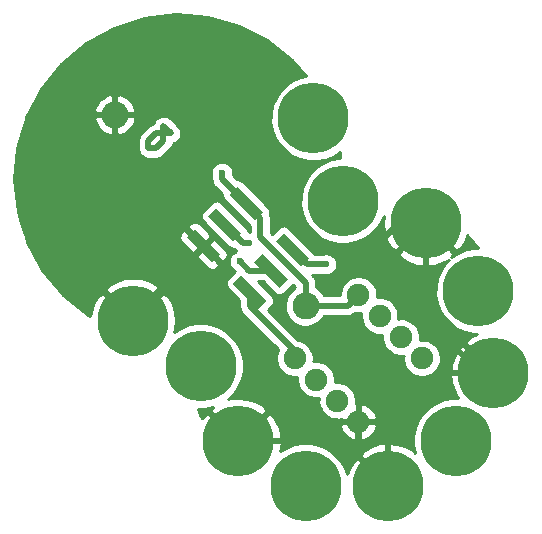
<source format=gbl>
G04 #@! TF.FileFunction,Copper,L2,Bot,Signal*
%FSLAX46Y46*%
G04 Gerber Fmt 4.6, Leading zero omitted, Abs format (unit mm)*
G04 Created by KiCad (PCBNEW 4.0.2+dfsg1-stable) date Wed 08 Aug 2018 06:44:04 PM EDT*
%MOMM*%
G01*
G04 APERTURE LIST*
%ADD10C,0.100000*%
%ADD11C,2.286000*%
%ADD12C,6.000000*%
%ADD13C,1.905000*%
%ADD14C,0.600000*%
%ADD15C,0.500000*%
%ADD16C,0.254000*%
G04 APERTURE END LIST*
D10*
D11*
X106371846Y-100021846D03*
X122536307Y-116186307D03*
D12*
X138430000Y-121920000D03*
D10*
G36*
X116747599Y-106122998D02*
X118884900Y-108260299D01*
X118202401Y-108942798D01*
X116065100Y-106805497D01*
X116747599Y-106122998D01*
X116747599Y-106122998D01*
G37*
G36*
X114951548Y-107919049D02*
X117088849Y-110056350D01*
X116406350Y-110738849D01*
X114269049Y-108601548D01*
X114951548Y-107919049D01*
X114951548Y-107919049D01*
G37*
G36*
X113155497Y-109715100D02*
X115292798Y-111852401D01*
X114610299Y-112534900D01*
X112472998Y-110397599D01*
X113155497Y-109715100D01*
X113155497Y-109715100D01*
G37*
G36*
X120662991Y-110038389D02*
X122800292Y-112175690D01*
X122117793Y-112858189D01*
X119980492Y-110720888D01*
X120662991Y-110038389D01*
X120662991Y-110038389D01*
G37*
G36*
X118866939Y-111834440D02*
X121004240Y-113971741D01*
X120321741Y-114654240D01*
X118184440Y-112516939D01*
X118866939Y-111834440D01*
X118866939Y-111834440D01*
G37*
G36*
X117070888Y-113630492D02*
X119208189Y-115767793D01*
X118525690Y-116450292D01*
X116388389Y-114312991D01*
X117070888Y-113630492D01*
X117070888Y-113630492D01*
G37*
D12*
X135255000Y-127635000D03*
X137160000Y-114935000D03*
X125730000Y-107315000D03*
X113665000Y-121285000D03*
X122555000Y-131445000D03*
X129540000Y-131445000D03*
D13*
X121611846Y-120650000D03*
X123407898Y-122446051D03*
X125203949Y-124242102D03*
X127000000Y-126038154D03*
X132388154Y-120650000D03*
X130592102Y-118853949D03*
X128796051Y-117057898D03*
X127000000Y-115261846D03*
D12*
X116840000Y-127635000D03*
X132715000Y-109220000D03*
X107900000Y-117460000D03*
X123190000Y-100330000D03*
D14*
X115440000Y-104930000D03*
X117690000Y-110870000D03*
X124250000Y-112680000D03*
X116960000Y-112450000D03*
D15*
X111125000Y-101600000D02*
X110490000Y-100965000D01*
X109855000Y-101600000D02*
X111125000Y-101600000D01*
X109220000Y-102235000D02*
X109855000Y-101600000D01*
X109220000Y-102870000D02*
X109220000Y-102235000D01*
X109855000Y-102870000D02*
X109220000Y-102870000D01*
X110490000Y-102235000D02*
X109855000Y-102870000D01*
X110490000Y-100965000D02*
X110490000Y-102235000D01*
X127000000Y-126038154D02*
X127000000Y-128905000D01*
X127000000Y-128905000D02*
X129540000Y-131445000D01*
X121330000Y-108760000D02*
X112591846Y-100021846D01*
X112591846Y-100021846D02*
X106371846Y-100021846D01*
X107900000Y-117460000D02*
X107900000Y-117107898D01*
X107900000Y-117107898D02*
X113882898Y-111125000D01*
X113882898Y-111125000D02*
X113835000Y-111125000D01*
X113835000Y-111125000D02*
X106371846Y-103661846D01*
X106371846Y-103661846D02*
X106371846Y-100021846D01*
X132715000Y-109220000D02*
X130390000Y-109220000D01*
X130390000Y-109220000D02*
X128020000Y-111590000D01*
X124160000Y-111590000D02*
X121330000Y-108760000D01*
X121330000Y-108760000D02*
X121310000Y-108740000D01*
X128020000Y-111590000D02*
X124160000Y-111590000D01*
X114767898Y-112010000D02*
X113882898Y-111125000D01*
X138430000Y-121920000D02*
X137350000Y-121920000D01*
X137350000Y-121920000D02*
X132715000Y-117285000D01*
X132715000Y-117285000D02*
X132715000Y-109220000D01*
X129540000Y-131445000D02*
X129540000Y-126570000D01*
X134190000Y-121920000D02*
X138430000Y-121920000D01*
X129540000Y-126570000D02*
X134190000Y-121920000D01*
X116840000Y-127635000D02*
X125730000Y-127635000D01*
X125730000Y-127635000D02*
X129540000Y-131445000D01*
X117475000Y-107532898D02*
X115440000Y-105497898D01*
X115440000Y-105497898D02*
X115440000Y-104930000D01*
X117475000Y-107532898D02*
X118680000Y-108737898D01*
X122536307Y-114266307D02*
X122536307Y-116186307D01*
X118680000Y-110410000D02*
X122536307Y-114266307D01*
X118680000Y-108737898D02*
X118680000Y-110410000D01*
X122536307Y-116186307D02*
X126075539Y-116186307D01*
X126075539Y-116186307D02*
X127000000Y-115261846D01*
X115678949Y-109328949D02*
X117220000Y-110870000D01*
X117220000Y-110870000D02*
X117690000Y-110870000D01*
X124250000Y-112680000D02*
X122622103Y-112680000D01*
X122622103Y-112680000D02*
X121390392Y-111448289D01*
X119594340Y-113244340D02*
X117754340Y-113244340D01*
X117754340Y-113244340D02*
X116960000Y-112450000D01*
X117798289Y-115040392D02*
X117798289Y-116238289D01*
X117798289Y-116238289D02*
X121611846Y-120051846D01*
X121611846Y-120051846D02*
X121611846Y-120650000D01*
D16*
G36*
X114267699Y-91746624D02*
X116873836Y-92493921D01*
X119285192Y-93733190D01*
X121409916Y-95417225D01*
X122546018Y-96752141D01*
X122158723Y-96826021D01*
X121497770Y-97093063D01*
X120901274Y-97483400D01*
X120391955Y-97982162D01*
X119989213Y-98570352D01*
X119708387Y-99225567D01*
X119560175Y-99922850D01*
X119550222Y-100635641D01*
X119678907Y-101336790D01*
X119941328Y-101999590D01*
X120327491Y-102598797D01*
X120822685Y-103111586D01*
X121408050Y-103518425D01*
X122061288Y-103803818D01*
X122757519Y-103956894D01*
X123470223Y-103971823D01*
X124172253Y-103848036D01*
X124836870Y-103590248D01*
X125421970Y-103218933D01*
X125476709Y-103677988D01*
X125398957Y-103677445D01*
X124698723Y-103811021D01*
X124037770Y-104078063D01*
X123441274Y-104468400D01*
X122931955Y-104967162D01*
X122529213Y-105555352D01*
X122248387Y-106210567D01*
X122100175Y-106907850D01*
X122090222Y-107620641D01*
X122218907Y-108321790D01*
X122481328Y-108984590D01*
X122867491Y-109583797D01*
X123362685Y-110096586D01*
X123948050Y-110503425D01*
X124601288Y-110788818D01*
X125297519Y-110941894D01*
X126010223Y-110956823D01*
X126712253Y-110833036D01*
X127376870Y-110575248D01*
X127978758Y-110193279D01*
X128494991Y-109701676D01*
X128905907Y-109119166D01*
X129120899Y-108636286D01*
X129062450Y-109203589D01*
X129129431Y-109916482D01*
X129334204Y-110602609D01*
X129668898Y-111235603D01*
X129687132Y-111262894D01*
X130156314Y-111599081D01*
X132535395Y-109220000D01*
X132521253Y-109205858D01*
X132700858Y-109026253D01*
X132715000Y-109040395D01*
X132729143Y-109026253D01*
X132908748Y-109205858D01*
X132894605Y-109220000D01*
X135273686Y-111599081D01*
X135742868Y-111262894D01*
X136083237Y-110632932D01*
X136208984Y-110225006D01*
X137097734Y-111299321D01*
X136828957Y-111297445D01*
X136128723Y-111431021D01*
X135467770Y-111698063D01*
X134872940Y-112087310D01*
X135094081Y-111778686D01*
X132715000Y-109399605D01*
X130335919Y-111778686D01*
X130672106Y-112247868D01*
X131302068Y-112588237D01*
X131986327Y-112799166D01*
X132698589Y-112872550D01*
X133411482Y-112805569D01*
X134097609Y-112600796D01*
X134641936Y-112312985D01*
X134361955Y-112587162D01*
X133959213Y-113175352D01*
X133678387Y-113830567D01*
X133530175Y-114527850D01*
X133520222Y-115240641D01*
X133648907Y-115941790D01*
X133911328Y-116604590D01*
X134297491Y-117203797D01*
X134792685Y-117716586D01*
X135378050Y-118123425D01*
X136031288Y-118408818D01*
X136727519Y-118561894D01*
X136993924Y-118567474D01*
X136414397Y-118873898D01*
X136387106Y-118892132D01*
X136050919Y-119361314D01*
X138430000Y-121740395D01*
X138444143Y-121726253D01*
X138623748Y-121905858D01*
X138609605Y-121920000D01*
X138623748Y-121934143D01*
X138444143Y-122113748D01*
X138430000Y-122099605D01*
X138415858Y-122113748D01*
X138236253Y-121934143D01*
X138250395Y-121920000D01*
X135871314Y-119540919D01*
X135402132Y-119877106D01*
X135061763Y-120507068D01*
X134850834Y-121191327D01*
X134777450Y-121903589D01*
X134844431Y-122616482D01*
X135049204Y-123302609D01*
X135383898Y-123935603D01*
X135402132Y-123962894D01*
X135455530Y-124001156D01*
X134923957Y-123997445D01*
X134223723Y-124131021D01*
X133562770Y-124398063D01*
X132966274Y-124788400D01*
X132456955Y-125287162D01*
X132054213Y-125875352D01*
X131773387Y-126530567D01*
X131625175Y-127227850D01*
X131615222Y-127940641D01*
X131743907Y-128641790D01*
X131743953Y-128641905D01*
X131582894Y-128417132D01*
X130952932Y-128076763D01*
X130268673Y-127865834D01*
X129556411Y-127792450D01*
X128843518Y-127859431D01*
X128157391Y-128064204D01*
X127524397Y-128398898D01*
X127497106Y-128417132D01*
X127160919Y-128886314D01*
X129540000Y-131265395D01*
X129554143Y-131251253D01*
X129733748Y-131430858D01*
X129719605Y-131445000D01*
X129733748Y-131459143D01*
X129554143Y-131638748D01*
X129540000Y-131624605D01*
X129525858Y-131638748D01*
X129346253Y-131459143D01*
X129360395Y-131445000D01*
X126981314Y-129065919D01*
X126512132Y-129402106D01*
X126171763Y-130032068D01*
X126055587Y-130408946D01*
X126051694Y-130389286D01*
X125780044Y-129730214D01*
X125385553Y-129136457D01*
X124883247Y-128630633D01*
X124292259Y-128232006D01*
X123635100Y-127955762D01*
X122936799Y-127812421D01*
X122223957Y-127807445D01*
X121523723Y-127941021D01*
X120862770Y-128208063D01*
X120367160Y-128532382D01*
X120419166Y-128363673D01*
X120492550Y-127651411D01*
X120425569Y-126938518D01*
X120268533Y-126412340D01*
X125449327Y-126412340D01*
X125552123Y-126707671D01*
X125710560Y-126977273D01*
X125918549Y-127210785D01*
X126168098Y-127399234D01*
X126449616Y-127535377D01*
X126625814Y-127588827D01*
X126873000Y-127468960D01*
X126873000Y-126165154D01*
X127127000Y-126165154D01*
X127127000Y-127468960D01*
X127374186Y-127588827D01*
X127669517Y-127486031D01*
X127939119Y-127327594D01*
X128172631Y-127119605D01*
X128361080Y-126870056D01*
X128497223Y-126588538D01*
X128550673Y-126412340D01*
X128430806Y-126165154D01*
X127127000Y-126165154D01*
X126873000Y-126165154D01*
X125569194Y-126165154D01*
X125449327Y-126412340D01*
X120268533Y-126412340D01*
X120220796Y-126252391D01*
X119886102Y-125619397D01*
X119867868Y-125592106D01*
X119398686Y-125255919D01*
X117019605Y-127635000D01*
X117033748Y-127649143D01*
X116854143Y-127828748D01*
X116840000Y-127814605D01*
X116825858Y-127828748D01*
X116646253Y-127649143D01*
X116660395Y-127635000D01*
X114281314Y-125255919D01*
X113812132Y-125592106D01*
X113733881Y-125736934D01*
X113596743Y-125487480D01*
X113415371Y-124915724D01*
X113945223Y-124926823D01*
X114647253Y-124803036D01*
X114660382Y-124797944D01*
X114460919Y-125076314D01*
X116840000Y-127455395D01*
X119219081Y-125076314D01*
X118882894Y-124607132D01*
X118252932Y-124266763D01*
X117568673Y-124055834D01*
X116856411Y-123982450D01*
X116143518Y-124049431D01*
X115983005Y-124097336D01*
X116429991Y-123671676D01*
X116840907Y-123089166D01*
X117130853Y-122437936D01*
X117288786Y-121742791D01*
X117300156Y-120928570D01*
X117161694Y-120229286D01*
X116890044Y-119570214D01*
X116495553Y-118976457D01*
X115993247Y-118470633D01*
X115402259Y-118072006D01*
X114745100Y-117795762D01*
X114046799Y-117652421D01*
X113333957Y-117647445D01*
X112633723Y-117781021D01*
X111972770Y-118048063D01*
X111408733Y-118417159D01*
X111479166Y-118188673D01*
X111552550Y-117476411D01*
X111485569Y-116763518D01*
X111280796Y-116077391D01*
X110946102Y-115444397D01*
X110927868Y-115417106D01*
X110458686Y-115080919D01*
X108079605Y-117460000D01*
X108093748Y-117474143D01*
X107914143Y-117653748D01*
X107900000Y-117639605D01*
X107885858Y-117653748D01*
X107706253Y-117474143D01*
X107720395Y-117460000D01*
X105341314Y-115080919D01*
X104872132Y-115417106D01*
X104531763Y-116047068D01*
X104320834Y-116731327D01*
X104283588Y-117092838D01*
X104072506Y-116980604D01*
X101971504Y-115267067D01*
X101668927Y-114901314D01*
X105520919Y-114901314D01*
X107900000Y-117280395D01*
X110279081Y-114901314D01*
X109942894Y-114432132D01*
X109312932Y-114091763D01*
X108628673Y-113880834D01*
X107916411Y-113807450D01*
X107203518Y-113874431D01*
X106517391Y-114079204D01*
X105884397Y-114413898D01*
X105857106Y-114432132D01*
X105520919Y-114901314D01*
X101668927Y-114901314D01*
X100243347Y-113178084D01*
X99548404Y-111892812D01*
X113294691Y-111892812D01*
X113294691Y-112117318D01*
X114205510Y-113028137D01*
X114309514Y-113097630D01*
X114425076Y-113145498D01*
X114547757Y-113169900D01*
X114672841Y-113169900D01*
X114795522Y-113145498D01*
X114911084Y-113097630D01*
X115015088Y-113028137D01*
X115198506Y-112844719D01*
X115198506Y-112620213D01*
X113882898Y-111304605D01*
X113294691Y-111892812D01*
X99548404Y-111892812D01*
X98953851Y-110793210D01*
X98812029Y-110335057D01*
X111837998Y-110335057D01*
X111837998Y-110460141D01*
X111862400Y-110582822D01*
X111910268Y-110698384D01*
X111979761Y-110802388D01*
X112890580Y-111713207D01*
X113115086Y-111713207D01*
X113703293Y-111125000D01*
X114062503Y-111125000D01*
X115378111Y-112440608D01*
X115602617Y-112440608D01*
X115786035Y-112257190D01*
X115855528Y-112153186D01*
X115903396Y-112037624D01*
X115927798Y-111914943D01*
X115927798Y-111789859D01*
X115903396Y-111667178D01*
X115855528Y-111551616D01*
X115786035Y-111447612D01*
X114875216Y-110536793D01*
X114650710Y-110536793D01*
X114062503Y-111125000D01*
X113703293Y-111125000D01*
X112387685Y-109809392D01*
X112163179Y-109809392D01*
X111979761Y-109992810D01*
X111910268Y-110096814D01*
X111862400Y-110212376D01*
X111837998Y-110335057D01*
X98812029Y-110335057D01*
X98524215Y-109405281D01*
X112567290Y-109405281D01*
X112567290Y-109629787D01*
X113882898Y-110945395D01*
X114471105Y-110357188D01*
X114471105Y-110132682D01*
X113560286Y-109221863D01*
X113456282Y-109152370D01*
X113340720Y-109104502D01*
X113218039Y-109080100D01*
X113092955Y-109080100D01*
X112970274Y-109104502D01*
X112854712Y-109152370D01*
X112750708Y-109221863D01*
X112567290Y-109405281D01*
X98524215Y-109405281D01*
X98263261Y-108562274D01*
X113632187Y-108562274D01*
X113646459Y-108741255D01*
X113710030Y-108909173D01*
X113817864Y-109052733D01*
X115955165Y-111190034D01*
X116032371Y-111255836D01*
X116191206Y-111339556D01*
X116367076Y-111375711D01*
X116466226Y-111367805D01*
X116594210Y-111495789D01*
X116657397Y-111547691D01*
X116670344Y-111558555D01*
X116524722Y-111617390D01*
X116371291Y-111717793D01*
X116240283Y-111846086D01*
X116136689Y-111997381D01*
X116064454Y-112165916D01*
X116026331Y-112345272D01*
X116023771Y-112528617D01*
X116056872Y-112708968D01*
X116124372Y-112879454D01*
X116223701Y-113033583D01*
X116351076Y-113165484D01*
X116501644Y-113270131D01*
X116520598Y-113278412D01*
X115937204Y-113861806D01*
X115871402Y-113939012D01*
X115787682Y-114097847D01*
X115751527Y-114273717D01*
X115765799Y-114452698D01*
X115829370Y-114620616D01*
X115937204Y-114764176D01*
X116913289Y-115740261D01*
X116913289Y-116238289D01*
X116921266Y-116319645D01*
X116928391Y-116401085D01*
X116929690Y-116405556D01*
X116930144Y-116410186D01*
X116953764Y-116488420D01*
X116976579Y-116566949D01*
X116978721Y-116571082D01*
X116980066Y-116575536D01*
X117018424Y-116647677D01*
X117056065Y-116720295D01*
X117058971Y-116723935D01*
X117061154Y-116728041D01*
X117112796Y-116791360D01*
X117163823Y-116855280D01*
X117170216Y-116861763D01*
X117170319Y-116861890D01*
X117170436Y-116861987D01*
X117172499Y-116864079D01*
X120206765Y-119898344D01*
X120091334Y-120167665D01*
X120026606Y-120472187D01*
X120022260Y-120783481D01*
X120078460Y-121089691D01*
X120193066Y-121379154D01*
X120361713Y-121640843D01*
X120577977Y-121864791D01*
X120833622Y-122042469D01*
X121118908Y-122167107D01*
X121422970Y-122233960D01*
X121734227Y-122240480D01*
X121832231Y-122223199D01*
X121822658Y-122268238D01*
X121818312Y-122579532D01*
X121874512Y-122885742D01*
X121989118Y-123175205D01*
X122157765Y-123436894D01*
X122374029Y-123660842D01*
X122629674Y-123838520D01*
X122914960Y-123963158D01*
X123219022Y-124030011D01*
X123530279Y-124036531D01*
X123628282Y-124019250D01*
X123618709Y-124064289D01*
X123614363Y-124375583D01*
X123670563Y-124681793D01*
X123785169Y-124971256D01*
X123953816Y-125232945D01*
X124170080Y-125456893D01*
X124425725Y-125634571D01*
X124711011Y-125759209D01*
X125015073Y-125826062D01*
X125326330Y-125832582D01*
X125514963Y-125799321D01*
X125569194Y-125911154D01*
X126693392Y-125911154D01*
X126806251Y-126024013D01*
X126985859Y-125844405D01*
X126873000Y-125731546D01*
X126873000Y-124607348D01*
X127127000Y-124607348D01*
X127127000Y-125911154D01*
X128430806Y-125911154D01*
X128550673Y-125663968D01*
X128447877Y-125368637D01*
X128289440Y-125099035D01*
X128081451Y-124865523D01*
X127831902Y-124677074D01*
X127550384Y-124540931D01*
X127374186Y-124487481D01*
X127127000Y-124607348D01*
X126873000Y-124607348D01*
X126761299Y-124553181D01*
X126786552Y-124442031D01*
X126791517Y-124086440D01*
X126731047Y-123781044D01*
X126612410Y-123493210D01*
X126440126Y-123233901D01*
X126220756Y-123012994D01*
X125962656Y-122838903D01*
X125675657Y-122718260D01*
X125370691Y-122655660D01*
X125059374Y-122653486D01*
X124985598Y-122667560D01*
X124990501Y-122645980D01*
X124995466Y-122290389D01*
X124934996Y-121984993D01*
X124816359Y-121697159D01*
X124644075Y-121437850D01*
X124424705Y-121216943D01*
X124166605Y-121042852D01*
X123879606Y-120922209D01*
X123574640Y-120859609D01*
X123263323Y-120857435D01*
X123189546Y-120871509D01*
X123194449Y-120849929D01*
X123199414Y-120494338D01*
X123138944Y-120188942D01*
X123020307Y-119901108D01*
X122848023Y-119641799D01*
X122628653Y-119420892D01*
X122370553Y-119246801D01*
X122083554Y-119126158D01*
X121900074Y-119088495D01*
X119344966Y-116533386D01*
X119659374Y-116218978D01*
X119725176Y-116141772D01*
X119808896Y-115982937D01*
X119845051Y-115807067D01*
X119830779Y-115628086D01*
X119767208Y-115460168D01*
X119659374Y-115316608D01*
X118472106Y-114129340D01*
X118894471Y-114129340D01*
X119870556Y-115105425D01*
X119947762Y-115171227D01*
X120106597Y-115254947D01*
X120282467Y-115291102D01*
X120461448Y-115276830D01*
X120629366Y-115213259D01*
X120772926Y-115105425D01*
X121448386Y-114429965D01*
X121651307Y-114632886D01*
X121651307Y-114640492D01*
X121416815Y-114793939D01*
X121167690Y-115037901D01*
X120970695Y-115325604D01*
X120833334Y-115646092D01*
X120760838Y-115987156D01*
X120755970Y-116335806D01*
X120818914Y-116678762D01*
X120947273Y-117002960D01*
X121136158Y-117296051D01*
X121378374Y-117546874D01*
X121664695Y-117745872D01*
X121984216Y-117885467D01*
X122324766Y-117960342D01*
X122673373Y-117967644D01*
X123016760Y-117907096D01*
X123341846Y-117781004D01*
X123636250Y-117594169D01*
X123888757Y-117353710D01*
X124087970Y-117071307D01*
X126075539Y-117071307D01*
X126156895Y-117063330D01*
X126238335Y-117056205D01*
X126242806Y-117054906D01*
X126247436Y-117054452D01*
X126325670Y-117030832D01*
X126404199Y-117008017D01*
X126408332Y-117005875D01*
X126412786Y-117004530D01*
X126484927Y-116966172D01*
X126557545Y-116928531D01*
X126561185Y-116925625D01*
X126565291Y-116923442D01*
X126628610Y-116871800D01*
X126692530Y-116820773D01*
X126693394Y-116819921D01*
X126811124Y-116845806D01*
X127122381Y-116852326D01*
X127220384Y-116835045D01*
X127210811Y-116880085D01*
X127206465Y-117191379D01*
X127262665Y-117497589D01*
X127377271Y-117787052D01*
X127545918Y-118048741D01*
X127762182Y-118272689D01*
X128017827Y-118450367D01*
X128303113Y-118575005D01*
X128607175Y-118641858D01*
X128918432Y-118648378D01*
X129016435Y-118631097D01*
X129006862Y-118676136D01*
X129002516Y-118987430D01*
X129058716Y-119293640D01*
X129173322Y-119583103D01*
X129341969Y-119844792D01*
X129558233Y-120068740D01*
X129813878Y-120246418D01*
X130099164Y-120371056D01*
X130403226Y-120437909D01*
X130714483Y-120444429D01*
X130812487Y-120427148D01*
X130802914Y-120472187D01*
X130798568Y-120783481D01*
X130854768Y-121089691D01*
X130969374Y-121379154D01*
X131138021Y-121640843D01*
X131354285Y-121864791D01*
X131609930Y-122042469D01*
X131895216Y-122167107D01*
X132199278Y-122233960D01*
X132510535Y-122240480D01*
X132817130Y-122186419D01*
X133107385Y-122073836D01*
X133370245Y-121907020D01*
X133595698Y-121692324D01*
X133775156Y-121437927D01*
X133901783Y-121153517D01*
X133970757Y-120849929D01*
X133975722Y-120494338D01*
X133915252Y-120188942D01*
X133796615Y-119901108D01*
X133624331Y-119641799D01*
X133404961Y-119420892D01*
X133146861Y-119246801D01*
X132859862Y-119126158D01*
X132554896Y-119063558D01*
X132243579Y-119061384D01*
X132169802Y-119075458D01*
X132174705Y-119053878D01*
X132179670Y-118698287D01*
X132119200Y-118392891D01*
X132000563Y-118105057D01*
X131828279Y-117845748D01*
X131608909Y-117624841D01*
X131350809Y-117450750D01*
X131063810Y-117330107D01*
X130758844Y-117267507D01*
X130447527Y-117265333D01*
X130373751Y-117279407D01*
X130378654Y-117257827D01*
X130383619Y-116902236D01*
X130323149Y-116596840D01*
X130204512Y-116309006D01*
X130032228Y-116049697D01*
X129812858Y-115828790D01*
X129554758Y-115654699D01*
X129267759Y-115534056D01*
X128962793Y-115471456D01*
X128651476Y-115469282D01*
X128577700Y-115483356D01*
X128582603Y-115461775D01*
X128587568Y-115106184D01*
X128527098Y-114800788D01*
X128408461Y-114512954D01*
X128236177Y-114253645D01*
X128016807Y-114032738D01*
X127758707Y-113858647D01*
X127471708Y-113738004D01*
X127166742Y-113675404D01*
X126855425Y-113673230D01*
X126549614Y-113731567D01*
X126260959Y-113848191D01*
X126000454Y-114018661D01*
X125778020Y-114236483D01*
X125602132Y-114493362D01*
X125479488Y-114779511D01*
X125414760Y-115084033D01*
X125411727Y-115301307D01*
X124083061Y-115301307D01*
X123920825Y-115057122D01*
X123675131Y-114809706D01*
X123421307Y-114638499D01*
X123421307Y-114266307D01*
X123413329Y-114184947D01*
X123406205Y-114103511D01*
X123404906Y-114099040D01*
X123404452Y-114094410D01*
X123380846Y-114016222D01*
X123358018Y-113937647D01*
X123355873Y-113933510D01*
X123354530Y-113929060D01*
X123316180Y-113856934D01*
X123278531Y-113784302D01*
X123275627Y-113780664D01*
X123273442Y-113776555D01*
X123221807Y-113713245D01*
X123170774Y-113649316D01*
X123164383Y-113642835D01*
X123164277Y-113642706D01*
X123164157Y-113642607D01*
X123162097Y-113640518D01*
X123086579Y-113565000D01*
X123940124Y-113565000D01*
X123959671Y-113573540D01*
X124138757Y-113612915D01*
X124322079Y-113616755D01*
X124502657Y-113584914D01*
X124673610Y-113518606D01*
X124828429Y-113420355D01*
X124961215Y-113293904D01*
X125066911Y-113144070D01*
X125141492Y-112976560D01*
X125182116Y-112797754D01*
X125185040Y-112588319D01*
X125149425Y-112408448D01*
X125079550Y-112238920D01*
X124978079Y-112086193D01*
X124848875Y-111956084D01*
X124696860Y-111853549D01*
X124527825Y-111782493D01*
X124348207Y-111745623D01*
X124164849Y-111744343D01*
X123984733Y-111778701D01*
X123944392Y-111795000D01*
X123304429Y-111795000D01*
X123251477Y-111724505D01*
X121114176Y-109587204D01*
X121036970Y-109521402D01*
X120878135Y-109437682D01*
X120702265Y-109401527D01*
X120523284Y-109415799D01*
X120355366Y-109479370D01*
X120211806Y-109587204D01*
X119660295Y-110138715D01*
X119565000Y-110043420D01*
X119565000Y-108737898D01*
X119557018Y-108656497D01*
X119549897Y-108575101D01*
X119548599Y-108570634D01*
X119548145Y-108566001D01*
X119524520Y-108487750D01*
X119501710Y-108409237D01*
X119499925Y-108405794D01*
X119521762Y-108299573D01*
X119507490Y-108120592D01*
X119443919Y-107952674D01*
X119336085Y-107809114D01*
X117198784Y-105671813D01*
X117121578Y-105606011D01*
X116962743Y-105522291D01*
X116786873Y-105486136D01*
X116687724Y-105494042D01*
X116347923Y-105154241D01*
X116372116Y-105047754D01*
X116375040Y-104838319D01*
X116339425Y-104658448D01*
X116269550Y-104488920D01*
X116168079Y-104336193D01*
X116038875Y-104206084D01*
X115886860Y-104103549D01*
X115717825Y-104032493D01*
X115538207Y-103995623D01*
X115354849Y-103994343D01*
X115174733Y-104028701D01*
X115004722Y-104097390D01*
X114851291Y-104197793D01*
X114720283Y-104326086D01*
X114616689Y-104477381D01*
X114544454Y-104645916D01*
X114506331Y-104825272D01*
X114503771Y-105008617D01*
X114536872Y-105188968D01*
X114555000Y-105234754D01*
X114555000Y-105497898D01*
X114562977Y-105579254D01*
X114570102Y-105660694D01*
X114571401Y-105665165D01*
X114571855Y-105669795D01*
X114595475Y-105748029D01*
X114618290Y-105826558D01*
X114620432Y-105830691D01*
X114621777Y-105835145D01*
X114660135Y-105907286D01*
X114697776Y-105979904D01*
X114700682Y-105983544D01*
X114702865Y-105987650D01*
X114754507Y-106050969D01*
X114805534Y-106114889D01*
X114811927Y-106121372D01*
X114812030Y-106121499D01*
X114812147Y-106121596D01*
X114814210Y-106123688D01*
X115433099Y-106742577D01*
X115428238Y-106766223D01*
X115442510Y-106945204D01*
X115506081Y-107113122D01*
X115613915Y-107256682D01*
X117751216Y-109393983D01*
X117795000Y-109431300D01*
X117795000Y-109937017D01*
X117788207Y-109935623D01*
X117712911Y-109935097D01*
X117711439Y-109916643D01*
X117647868Y-109748725D01*
X117540034Y-109605165D01*
X115402733Y-107467864D01*
X115325527Y-107402062D01*
X115166692Y-107318342D01*
X114990822Y-107282187D01*
X114811841Y-107296459D01*
X114643923Y-107360030D01*
X114500363Y-107467864D01*
X113817864Y-108150363D01*
X113752062Y-108227569D01*
X113668342Y-108386404D01*
X113632187Y-108562274D01*
X98263261Y-108562274D01*
X98152137Y-108203293D01*
X97868744Y-105506979D01*
X98114464Y-102806974D01*
X98282804Y-102235000D01*
X108335000Y-102235000D01*
X108335000Y-102870000D01*
X108343130Y-102952911D01*
X108350676Y-103035832D01*
X108351552Y-103038809D01*
X108351855Y-103041897D01*
X108375912Y-103121578D01*
X108399442Y-103201527D01*
X108400881Y-103204280D01*
X108401777Y-103207247D01*
X108440874Y-103280777D01*
X108479464Y-103354593D01*
X108481407Y-103357009D01*
X108482865Y-103359752D01*
X108535536Y-103424333D01*
X108587692Y-103489202D01*
X108590069Y-103491196D01*
X108592030Y-103493601D01*
X108656212Y-103546697D01*
X108720004Y-103600225D01*
X108722722Y-103601719D01*
X108725114Y-103603698D01*
X108798361Y-103643302D01*
X108871361Y-103683435D01*
X108874321Y-103684374D01*
X108877049Y-103685849D01*
X108956556Y-103710460D01*
X109035998Y-103735661D01*
X109039084Y-103736007D01*
X109042046Y-103736924D01*
X109124787Y-103745620D01*
X109207643Y-103754914D01*
X109213608Y-103754956D01*
X109213822Y-103754978D01*
X109214036Y-103754958D01*
X109220000Y-103755000D01*
X109855000Y-103755000D01*
X109936356Y-103747023D01*
X110017796Y-103739898D01*
X110022267Y-103738599D01*
X110026897Y-103738145D01*
X110105131Y-103714525D01*
X110183660Y-103691710D01*
X110187793Y-103689568D01*
X110192247Y-103688223D01*
X110264388Y-103649865D01*
X110337006Y-103612224D01*
X110340646Y-103609318D01*
X110344752Y-103607135D01*
X110408071Y-103555493D01*
X110471991Y-103504466D01*
X110478474Y-103498073D01*
X110478601Y-103497970D01*
X110478698Y-103497853D01*
X110480790Y-103495790D01*
X111115790Y-102860789D01*
X111167677Y-102797620D01*
X111220225Y-102734996D01*
X111222468Y-102730916D01*
X111225421Y-102727321D01*
X111264032Y-102655313D01*
X111303435Y-102583639D01*
X111304843Y-102579200D01*
X111307041Y-102575101D01*
X111330927Y-102496974D01*
X111344645Y-102453729D01*
X111377900Y-102443689D01*
X111459390Y-102419396D01*
X111460768Y-102418670D01*
X111462247Y-102418223D01*
X111536876Y-102378542D01*
X111612176Y-102338841D01*
X111613385Y-102337862D01*
X111614752Y-102337135D01*
X111680339Y-102283643D01*
X111746406Y-102230143D01*
X111747401Y-102228949D01*
X111748601Y-102227970D01*
X111802617Y-102162676D01*
X111856966Y-102097444D01*
X111857709Y-102096082D01*
X111858698Y-102094886D01*
X111899034Y-102020286D01*
X111939647Y-101945797D01*
X111940111Y-101944315D01*
X111940849Y-101942951D01*
X111965948Y-101861868D01*
X111991297Y-101780979D01*
X111991464Y-101779439D01*
X111991924Y-101777954D01*
X112000811Y-101693402D01*
X112009951Y-101609268D01*
X112009816Y-101607722D01*
X112009978Y-101606178D01*
X112002294Y-101521744D01*
X111994898Y-101437204D01*
X111994465Y-101435712D01*
X111994324Y-101434168D01*
X111970409Y-101352910D01*
X111946711Y-101271340D01*
X111945996Y-101269960D01*
X111945558Y-101268473D01*
X111906335Y-101193447D01*
X111867224Y-101117995D01*
X111866253Y-101116779D01*
X111865536Y-101115407D01*
X111812546Y-101049501D01*
X111759467Y-100983009D01*
X111757403Y-100980916D01*
X111757308Y-100980798D01*
X111757183Y-100980693D01*
X111750790Y-100974211D01*
X111115790Y-100339210D01*
X111050128Y-100285275D01*
X110984886Y-100231302D01*
X110983521Y-100230564D01*
X110982322Y-100229579D01*
X110907581Y-100189504D01*
X110832951Y-100149151D01*
X110831468Y-100148692D01*
X110830101Y-100147959D01*
X110749024Y-100123171D01*
X110667954Y-100098076D01*
X110666410Y-100097914D01*
X110664926Y-100097460D01*
X110580553Y-100088890D01*
X110496178Y-100080022D01*
X110494632Y-100080163D01*
X110493089Y-100080006D01*
X110408642Y-100087988D01*
X110324168Y-100095676D01*
X110322680Y-100096114D01*
X110321134Y-100096260D01*
X110239915Y-100120473D01*
X110158473Y-100144442D01*
X110157094Y-100145163D01*
X110155611Y-100145605D01*
X110080670Y-100185117D01*
X110005407Y-100224464D01*
X110004198Y-100225436D01*
X110002825Y-100226160D01*
X109936990Y-100279472D01*
X109870798Y-100332692D01*
X109869798Y-100333884D01*
X109868595Y-100334858D01*
X109814361Y-100399951D01*
X109759775Y-100465004D01*
X109759028Y-100466363D01*
X109758034Y-100467556D01*
X109717438Y-100542013D01*
X109676565Y-100616361D01*
X109676095Y-100617841D01*
X109675353Y-100619203D01*
X109650037Y-100699987D01*
X109635355Y-100746271D01*
X109604915Y-100755461D01*
X109526340Y-100778289D01*
X109522203Y-100780434D01*
X109517753Y-100781777D01*
X109445627Y-100820127D01*
X109372995Y-100857776D01*
X109369357Y-100860680D01*
X109365248Y-100862865D01*
X109301938Y-100914500D01*
X109238009Y-100965533D01*
X109231528Y-100971924D01*
X109231399Y-100972030D01*
X109231300Y-100972150D01*
X109229211Y-100974210D01*
X108594210Y-101609210D01*
X108542284Y-101672426D01*
X108489775Y-101735004D01*
X108487534Y-101739081D01*
X108484579Y-101742678D01*
X108445957Y-101814708D01*
X108406565Y-101886361D01*
X108405157Y-101890800D01*
X108402959Y-101894899D01*
X108379073Y-101973026D01*
X108354339Y-102050998D01*
X108353820Y-102055626D01*
X108352460Y-102060074D01*
X108344206Y-102141339D01*
X108335086Y-102222643D01*
X108335023Y-102231747D01*
X108335006Y-102231911D01*
X108335020Y-102232064D01*
X108335000Y-102235000D01*
X98282804Y-102235000D01*
X98815204Y-100426062D01*
X104631571Y-100426062D01*
X104743869Y-100757806D01*
X104918729Y-101061267D01*
X105149431Y-101324784D01*
X105427110Y-101538230D01*
X105741095Y-101693402D01*
X105967630Y-101762121D01*
X106244846Y-101644737D01*
X106244846Y-100148846D01*
X106498846Y-100148846D01*
X106498846Y-101644737D01*
X106776062Y-101762121D01*
X107107806Y-101649823D01*
X107411267Y-101474963D01*
X107674784Y-101244261D01*
X107888230Y-100966582D01*
X108043402Y-100652597D01*
X108112121Y-100426062D01*
X107994737Y-100148846D01*
X106498846Y-100148846D01*
X106244846Y-100148846D01*
X104748955Y-100148846D01*
X104631571Y-100426062D01*
X98815204Y-100426062D01*
X98879938Y-100206118D01*
X99187591Y-99617630D01*
X104631571Y-99617630D01*
X104748955Y-99894846D01*
X106244846Y-99894846D01*
X106244846Y-98398955D01*
X106498846Y-98398955D01*
X106498846Y-99894846D01*
X107994737Y-99894846D01*
X108112121Y-99617630D01*
X107999823Y-99285886D01*
X107824963Y-98982425D01*
X107594261Y-98718908D01*
X107316582Y-98505462D01*
X107002597Y-98350290D01*
X106776062Y-98281571D01*
X106498846Y-98398955D01*
X106244846Y-98398955D01*
X105967630Y-98281571D01*
X105635886Y-98393869D01*
X105332425Y-98568729D01*
X105068908Y-98799431D01*
X104855462Y-99077110D01*
X104700290Y-99391095D01*
X104631571Y-99617630D01*
X99187591Y-99617630D01*
X100136009Y-97803473D01*
X101834838Y-95690557D01*
X103911707Y-93947857D01*
X106287520Y-92641743D01*
X108871773Y-91821969D01*
X111566041Y-91519759D01*
X114267699Y-91746624D01*
X114267699Y-91746624D01*
G37*
X114267699Y-91746624D02*
X116873836Y-92493921D01*
X119285192Y-93733190D01*
X121409916Y-95417225D01*
X122546018Y-96752141D01*
X122158723Y-96826021D01*
X121497770Y-97093063D01*
X120901274Y-97483400D01*
X120391955Y-97982162D01*
X119989213Y-98570352D01*
X119708387Y-99225567D01*
X119560175Y-99922850D01*
X119550222Y-100635641D01*
X119678907Y-101336790D01*
X119941328Y-101999590D01*
X120327491Y-102598797D01*
X120822685Y-103111586D01*
X121408050Y-103518425D01*
X122061288Y-103803818D01*
X122757519Y-103956894D01*
X123470223Y-103971823D01*
X124172253Y-103848036D01*
X124836870Y-103590248D01*
X125421970Y-103218933D01*
X125476709Y-103677988D01*
X125398957Y-103677445D01*
X124698723Y-103811021D01*
X124037770Y-104078063D01*
X123441274Y-104468400D01*
X122931955Y-104967162D01*
X122529213Y-105555352D01*
X122248387Y-106210567D01*
X122100175Y-106907850D01*
X122090222Y-107620641D01*
X122218907Y-108321790D01*
X122481328Y-108984590D01*
X122867491Y-109583797D01*
X123362685Y-110096586D01*
X123948050Y-110503425D01*
X124601288Y-110788818D01*
X125297519Y-110941894D01*
X126010223Y-110956823D01*
X126712253Y-110833036D01*
X127376870Y-110575248D01*
X127978758Y-110193279D01*
X128494991Y-109701676D01*
X128905907Y-109119166D01*
X129120899Y-108636286D01*
X129062450Y-109203589D01*
X129129431Y-109916482D01*
X129334204Y-110602609D01*
X129668898Y-111235603D01*
X129687132Y-111262894D01*
X130156314Y-111599081D01*
X132535395Y-109220000D01*
X132521253Y-109205858D01*
X132700858Y-109026253D01*
X132715000Y-109040395D01*
X132729143Y-109026253D01*
X132908748Y-109205858D01*
X132894605Y-109220000D01*
X135273686Y-111599081D01*
X135742868Y-111262894D01*
X136083237Y-110632932D01*
X136208984Y-110225006D01*
X137097734Y-111299321D01*
X136828957Y-111297445D01*
X136128723Y-111431021D01*
X135467770Y-111698063D01*
X134872940Y-112087310D01*
X135094081Y-111778686D01*
X132715000Y-109399605D01*
X130335919Y-111778686D01*
X130672106Y-112247868D01*
X131302068Y-112588237D01*
X131986327Y-112799166D01*
X132698589Y-112872550D01*
X133411482Y-112805569D01*
X134097609Y-112600796D01*
X134641936Y-112312985D01*
X134361955Y-112587162D01*
X133959213Y-113175352D01*
X133678387Y-113830567D01*
X133530175Y-114527850D01*
X133520222Y-115240641D01*
X133648907Y-115941790D01*
X133911328Y-116604590D01*
X134297491Y-117203797D01*
X134792685Y-117716586D01*
X135378050Y-118123425D01*
X136031288Y-118408818D01*
X136727519Y-118561894D01*
X136993924Y-118567474D01*
X136414397Y-118873898D01*
X136387106Y-118892132D01*
X136050919Y-119361314D01*
X138430000Y-121740395D01*
X138444143Y-121726253D01*
X138623748Y-121905858D01*
X138609605Y-121920000D01*
X138623748Y-121934143D01*
X138444143Y-122113748D01*
X138430000Y-122099605D01*
X138415858Y-122113748D01*
X138236253Y-121934143D01*
X138250395Y-121920000D01*
X135871314Y-119540919D01*
X135402132Y-119877106D01*
X135061763Y-120507068D01*
X134850834Y-121191327D01*
X134777450Y-121903589D01*
X134844431Y-122616482D01*
X135049204Y-123302609D01*
X135383898Y-123935603D01*
X135402132Y-123962894D01*
X135455530Y-124001156D01*
X134923957Y-123997445D01*
X134223723Y-124131021D01*
X133562770Y-124398063D01*
X132966274Y-124788400D01*
X132456955Y-125287162D01*
X132054213Y-125875352D01*
X131773387Y-126530567D01*
X131625175Y-127227850D01*
X131615222Y-127940641D01*
X131743907Y-128641790D01*
X131743953Y-128641905D01*
X131582894Y-128417132D01*
X130952932Y-128076763D01*
X130268673Y-127865834D01*
X129556411Y-127792450D01*
X128843518Y-127859431D01*
X128157391Y-128064204D01*
X127524397Y-128398898D01*
X127497106Y-128417132D01*
X127160919Y-128886314D01*
X129540000Y-131265395D01*
X129554143Y-131251253D01*
X129733748Y-131430858D01*
X129719605Y-131445000D01*
X129733748Y-131459143D01*
X129554143Y-131638748D01*
X129540000Y-131624605D01*
X129525858Y-131638748D01*
X129346253Y-131459143D01*
X129360395Y-131445000D01*
X126981314Y-129065919D01*
X126512132Y-129402106D01*
X126171763Y-130032068D01*
X126055587Y-130408946D01*
X126051694Y-130389286D01*
X125780044Y-129730214D01*
X125385553Y-129136457D01*
X124883247Y-128630633D01*
X124292259Y-128232006D01*
X123635100Y-127955762D01*
X122936799Y-127812421D01*
X122223957Y-127807445D01*
X121523723Y-127941021D01*
X120862770Y-128208063D01*
X120367160Y-128532382D01*
X120419166Y-128363673D01*
X120492550Y-127651411D01*
X120425569Y-126938518D01*
X120268533Y-126412340D01*
X125449327Y-126412340D01*
X125552123Y-126707671D01*
X125710560Y-126977273D01*
X125918549Y-127210785D01*
X126168098Y-127399234D01*
X126449616Y-127535377D01*
X126625814Y-127588827D01*
X126873000Y-127468960D01*
X126873000Y-126165154D01*
X127127000Y-126165154D01*
X127127000Y-127468960D01*
X127374186Y-127588827D01*
X127669517Y-127486031D01*
X127939119Y-127327594D01*
X128172631Y-127119605D01*
X128361080Y-126870056D01*
X128497223Y-126588538D01*
X128550673Y-126412340D01*
X128430806Y-126165154D01*
X127127000Y-126165154D01*
X126873000Y-126165154D01*
X125569194Y-126165154D01*
X125449327Y-126412340D01*
X120268533Y-126412340D01*
X120220796Y-126252391D01*
X119886102Y-125619397D01*
X119867868Y-125592106D01*
X119398686Y-125255919D01*
X117019605Y-127635000D01*
X117033748Y-127649143D01*
X116854143Y-127828748D01*
X116840000Y-127814605D01*
X116825858Y-127828748D01*
X116646253Y-127649143D01*
X116660395Y-127635000D01*
X114281314Y-125255919D01*
X113812132Y-125592106D01*
X113733881Y-125736934D01*
X113596743Y-125487480D01*
X113415371Y-124915724D01*
X113945223Y-124926823D01*
X114647253Y-124803036D01*
X114660382Y-124797944D01*
X114460919Y-125076314D01*
X116840000Y-127455395D01*
X119219081Y-125076314D01*
X118882894Y-124607132D01*
X118252932Y-124266763D01*
X117568673Y-124055834D01*
X116856411Y-123982450D01*
X116143518Y-124049431D01*
X115983005Y-124097336D01*
X116429991Y-123671676D01*
X116840907Y-123089166D01*
X117130853Y-122437936D01*
X117288786Y-121742791D01*
X117300156Y-120928570D01*
X117161694Y-120229286D01*
X116890044Y-119570214D01*
X116495553Y-118976457D01*
X115993247Y-118470633D01*
X115402259Y-118072006D01*
X114745100Y-117795762D01*
X114046799Y-117652421D01*
X113333957Y-117647445D01*
X112633723Y-117781021D01*
X111972770Y-118048063D01*
X111408733Y-118417159D01*
X111479166Y-118188673D01*
X111552550Y-117476411D01*
X111485569Y-116763518D01*
X111280796Y-116077391D01*
X110946102Y-115444397D01*
X110927868Y-115417106D01*
X110458686Y-115080919D01*
X108079605Y-117460000D01*
X108093748Y-117474143D01*
X107914143Y-117653748D01*
X107900000Y-117639605D01*
X107885858Y-117653748D01*
X107706253Y-117474143D01*
X107720395Y-117460000D01*
X105341314Y-115080919D01*
X104872132Y-115417106D01*
X104531763Y-116047068D01*
X104320834Y-116731327D01*
X104283588Y-117092838D01*
X104072506Y-116980604D01*
X101971504Y-115267067D01*
X101668927Y-114901314D01*
X105520919Y-114901314D01*
X107900000Y-117280395D01*
X110279081Y-114901314D01*
X109942894Y-114432132D01*
X109312932Y-114091763D01*
X108628673Y-113880834D01*
X107916411Y-113807450D01*
X107203518Y-113874431D01*
X106517391Y-114079204D01*
X105884397Y-114413898D01*
X105857106Y-114432132D01*
X105520919Y-114901314D01*
X101668927Y-114901314D01*
X100243347Y-113178084D01*
X99548404Y-111892812D01*
X113294691Y-111892812D01*
X113294691Y-112117318D01*
X114205510Y-113028137D01*
X114309514Y-113097630D01*
X114425076Y-113145498D01*
X114547757Y-113169900D01*
X114672841Y-113169900D01*
X114795522Y-113145498D01*
X114911084Y-113097630D01*
X115015088Y-113028137D01*
X115198506Y-112844719D01*
X115198506Y-112620213D01*
X113882898Y-111304605D01*
X113294691Y-111892812D01*
X99548404Y-111892812D01*
X98953851Y-110793210D01*
X98812029Y-110335057D01*
X111837998Y-110335057D01*
X111837998Y-110460141D01*
X111862400Y-110582822D01*
X111910268Y-110698384D01*
X111979761Y-110802388D01*
X112890580Y-111713207D01*
X113115086Y-111713207D01*
X113703293Y-111125000D01*
X114062503Y-111125000D01*
X115378111Y-112440608D01*
X115602617Y-112440608D01*
X115786035Y-112257190D01*
X115855528Y-112153186D01*
X115903396Y-112037624D01*
X115927798Y-111914943D01*
X115927798Y-111789859D01*
X115903396Y-111667178D01*
X115855528Y-111551616D01*
X115786035Y-111447612D01*
X114875216Y-110536793D01*
X114650710Y-110536793D01*
X114062503Y-111125000D01*
X113703293Y-111125000D01*
X112387685Y-109809392D01*
X112163179Y-109809392D01*
X111979761Y-109992810D01*
X111910268Y-110096814D01*
X111862400Y-110212376D01*
X111837998Y-110335057D01*
X98812029Y-110335057D01*
X98524215Y-109405281D01*
X112567290Y-109405281D01*
X112567290Y-109629787D01*
X113882898Y-110945395D01*
X114471105Y-110357188D01*
X114471105Y-110132682D01*
X113560286Y-109221863D01*
X113456282Y-109152370D01*
X113340720Y-109104502D01*
X113218039Y-109080100D01*
X113092955Y-109080100D01*
X112970274Y-109104502D01*
X112854712Y-109152370D01*
X112750708Y-109221863D01*
X112567290Y-109405281D01*
X98524215Y-109405281D01*
X98263261Y-108562274D01*
X113632187Y-108562274D01*
X113646459Y-108741255D01*
X113710030Y-108909173D01*
X113817864Y-109052733D01*
X115955165Y-111190034D01*
X116032371Y-111255836D01*
X116191206Y-111339556D01*
X116367076Y-111375711D01*
X116466226Y-111367805D01*
X116594210Y-111495789D01*
X116657397Y-111547691D01*
X116670344Y-111558555D01*
X116524722Y-111617390D01*
X116371291Y-111717793D01*
X116240283Y-111846086D01*
X116136689Y-111997381D01*
X116064454Y-112165916D01*
X116026331Y-112345272D01*
X116023771Y-112528617D01*
X116056872Y-112708968D01*
X116124372Y-112879454D01*
X116223701Y-113033583D01*
X116351076Y-113165484D01*
X116501644Y-113270131D01*
X116520598Y-113278412D01*
X115937204Y-113861806D01*
X115871402Y-113939012D01*
X115787682Y-114097847D01*
X115751527Y-114273717D01*
X115765799Y-114452698D01*
X115829370Y-114620616D01*
X115937204Y-114764176D01*
X116913289Y-115740261D01*
X116913289Y-116238289D01*
X116921266Y-116319645D01*
X116928391Y-116401085D01*
X116929690Y-116405556D01*
X116930144Y-116410186D01*
X116953764Y-116488420D01*
X116976579Y-116566949D01*
X116978721Y-116571082D01*
X116980066Y-116575536D01*
X117018424Y-116647677D01*
X117056065Y-116720295D01*
X117058971Y-116723935D01*
X117061154Y-116728041D01*
X117112796Y-116791360D01*
X117163823Y-116855280D01*
X117170216Y-116861763D01*
X117170319Y-116861890D01*
X117170436Y-116861987D01*
X117172499Y-116864079D01*
X120206765Y-119898344D01*
X120091334Y-120167665D01*
X120026606Y-120472187D01*
X120022260Y-120783481D01*
X120078460Y-121089691D01*
X120193066Y-121379154D01*
X120361713Y-121640843D01*
X120577977Y-121864791D01*
X120833622Y-122042469D01*
X121118908Y-122167107D01*
X121422970Y-122233960D01*
X121734227Y-122240480D01*
X121832231Y-122223199D01*
X121822658Y-122268238D01*
X121818312Y-122579532D01*
X121874512Y-122885742D01*
X121989118Y-123175205D01*
X122157765Y-123436894D01*
X122374029Y-123660842D01*
X122629674Y-123838520D01*
X122914960Y-123963158D01*
X123219022Y-124030011D01*
X123530279Y-124036531D01*
X123628282Y-124019250D01*
X123618709Y-124064289D01*
X123614363Y-124375583D01*
X123670563Y-124681793D01*
X123785169Y-124971256D01*
X123953816Y-125232945D01*
X124170080Y-125456893D01*
X124425725Y-125634571D01*
X124711011Y-125759209D01*
X125015073Y-125826062D01*
X125326330Y-125832582D01*
X125514963Y-125799321D01*
X125569194Y-125911154D01*
X126693392Y-125911154D01*
X126806251Y-126024013D01*
X126985859Y-125844405D01*
X126873000Y-125731546D01*
X126873000Y-124607348D01*
X127127000Y-124607348D01*
X127127000Y-125911154D01*
X128430806Y-125911154D01*
X128550673Y-125663968D01*
X128447877Y-125368637D01*
X128289440Y-125099035D01*
X128081451Y-124865523D01*
X127831902Y-124677074D01*
X127550384Y-124540931D01*
X127374186Y-124487481D01*
X127127000Y-124607348D01*
X126873000Y-124607348D01*
X126761299Y-124553181D01*
X126786552Y-124442031D01*
X126791517Y-124086440D01*
X126731047Y-123781044D01*
X126612410Y-123493210D01*
X126440126Y-123233901D01*
X126220756Y-123012994D01*
X125962656Y-122838903D01*
X125675657Y-122718260D01*
X125370691Y-122655660D01*
X125059374Y-122653486D01*
X124985598Y-122667560D01*
X124990501Y-122645980D01*
X124995466Y-122290389D01*
X124934996Y-121984993D01*
X124816359Y-121697159D01*
X124644075Y-121437850D01*
X124424705Y-121216943D01*
X124166605Y-121042852D01*
X123879606Y-120922209D01*
X123574640Y-120859609D01*
X123263323Y-120857435D01*
X123189546Y-120871509D01*
X123194449Y-120849929D01*
X123199414Y-120494338D01*
X123138944Y-120188942D01*
X123020307Y-119901108D01*
X122848023Y-119641799D01*
X122628653Y-119420892D01*
X122370553Y-119246801D01*
X122083554Y-119126158D01*
X121900074Y-119088495D01*
X119344966Y-116533386D01*
X119659374Y-116218978D01*
X119725176Y-116141772D01*
X119808896Y-115982937D01*
X119845051Y-115807067D01*
X119830779Y-115628086D01*
X119767208Y-115460168D01*
X119659374Y-115316608D01*
X118472106Y-114129340D01*
X118894471Y-114129340D01*
X119870556Y-115105425D01*
X119947762Y-115171227D01*
X120106597Y-115254947D01*
X120282467Y-115291102D01*
X120461448Y-115276830D01*
X120629366Y-115213259D01*
X120772926Y-115105425D01*
X121448386Y-114429965D01*
X121651307Y-114632886D01*
X121651307Y-114640492D01*
X121416815Y-114793939D01*
X121167690Y-115037901D01*
X120970695Y-115325604D01*
X120833334Y-115646092D01*
X120760838Y-115987156D01*
X120755970Y-116335806D01*
X120818914Y-116678762D01*
X120947273Y-117002960D01*
X121136158Y-117296051D01*
X121378374Y-117546874D01*
X121664695Y-117745872D01*
X121984216Y-117885467D01*
X122324766Y-117960342D01*
X122673373Y-117967644D01*
X123016760Y-117907096D01*
X123341846Y-117781004D01*
X123636250Y-117594169D01*
X123888757Y-117353710D01*
X124087970Y-117071307D01*
X126075539Y-117071307D01*
X126156895Y-117063330D01*
X126238335Y-117056205D01*
X126242806Y-117054906D01*
X126247436Y-117054452D01*
X126325670Y-117030832D01*
X126404199Y-117008017D01*
X126408332Y-117005875D01*
X126412786Y-117004530D01*
X126484927Y-116966172D01*
X126557545Y-116928531D01*
X126561185Y-116925625D01*
X126565291Y-116923442D01*
X126628610Y-116871800D01*
X126692530Y-116820773D01*
X126693394Y-116819921D01*
X126811124Y-116845806D01*
X127122381Y-116852326D01*
X127220384Y-116835045D01*
X127210811Y-116880085D01*
X127206465Y-117191379D01*
X127262665Y-117497589D01*
X127377271Y-117787052D01*
X127545918Y-118048741D01*
X127762182Y-118272689D01*
X128017827Y-118450367D01*
X128303113Y-118575005D01*
X128607175Y-118641858D01*
X128918432Y-118648378D01*
X129016435Y-118631097D01*
X129006862Y-118676136D01*
X129002516Y-118987430D01*
X129058716Y-119293640D01*
X129173322Y-119583103D01*
X129341969Y-119844792D01*
X129558233Y-120068740D01*
X129813878Y-120246418D01*
X130099164Y-120371056D01*
X130403226Y-120437909D01*
X130714483Y-120444429D01*
X130812487Y-120427148D01*
X130802914Y-120472187D01*
X130798568Y-120783481D01*
X130854768Y-121089691D01*
X130969374Y-121379154D01*
X131138021Y-121640843D01*
X131354285Y-121864791D01*
X131609930Y-122042469D01*
X131895216Y-122167107D01*
X132199278Y-122233960D01*
X132510535Y-122240480D01*
X132817130Y-122186419D01*
X133107385Y-122073836D01*
X133370245Y-121907020D01*
X133595698Y-121692324D01*
X133775156Y-121437927D01*
X133901783Y-121153517D01*
X133970757Y-120849929D01*
X133975722Y-120494338D01*
X133915252Y-120188942D01*
X133796615Y-119901108D01*
X133624331Y-119641799D01*
X133404961Y-119420892D01*
X133146861Y-119246801D01*
X132859862Y-119126158D01*
X132554896Y-119063558D01*
X132243579Y-119061384D01*
X132169802Y-119075458D01*
X132174705Y-119053878D01*
X132179670Y-118698287D01*
X132119200Y-118392891D01*
X132000563Y-118105057D01*
X131828279Y-117845748D01*
X131608909Y-117624841D01*
X131350809Y-117450750D01*
X131063810Y-117330107D01*
X130758844Y-117267507D01*
X130447527Y-117265333D01*
X130373751Y-117279407D01*
X130378654Y-117257827D01*
X130383619Y-116902236D01*
X130323149Y-116596840D01*
X130204512Y-116309006D01*
X130032228Y-116049697D01*
X129812858Y-115828790D01*
X129554758Y-115654699D01*
X129267759Y-115534056D01*
X128962793Y-115471456D01*
X128651476Y-115469282D01*
X128577700Y-115483356D01*
X128582603Y-115461775D01*
X128587568Y-115106184D01*
X128527098Y-114800788D01*
X128408461Y-114512954D01*
X128236177Y-114253645D01*
X128016807Y-114032738D01*
X127758707Y-113858647D01*
X127471708Y-113738004D01*
X127166742Y-113675404D01*
X126855425Y-113673230D01*
X126549614Y-113731567D01*
X126260959Y-113848191D01*
X126000454Y-114018661D01*
X125778020Y-114236483D01*
X125602132Y-114493362D01*
X125479488Y-114779511D01*
X125414760Y-115084033D01*
X125411727Y-115301307D01*
X124083061Y-115301307D01*
X123920825Y-115057122D01*
X123675131Y-114809706D01*
X123421307Y-114638499D01*
X123421307Y-114266307D01*
X123413329Y-114184947D01*
X123406205Y-114103511D01*
X123404906Y-114099040D01*
X123404452Y-114094410D01*
X123380846Y-114016222D01*
X123358018Y-113937647D01*
X123355873Y-113933510D01*
X123354530Y-113929060D01*
X123316180Y-113856934D01*
X123278531Y-113784302D01*
X123275627Y-113780664D01*
X123273442Y-113776555D01*
X123221807Y-113713245D01*
X123170774Y-113649316D01*
X123164383Y-113642835D01*
X123164277Y-113642706D01*
X123164157Y-113642607D01*
X123162097Y-113640518D01*
X123086579Y-113565000D01*
X123940124Y-113565000D01*
X123959671Y-113573540D01*
X124138757Y-113612915D01*
X124322079Y-113616755D01*
X124502657Y-113584914D01*
X124673610Y-113518606D01*
X124828429Y-113420355D01*
X124961215Y-113293904D01*
X125066911Y-113144070D01*
X125141492Y-112976560D01*
X125182116Y-112797754D01*
X125185040Y-112588319D01*
X125149425Y-112408448D01*
X125079550Y-112238920D01*
X124978079Y-112086193D01*
X124848875Y-111956084D01*
X124696860Y-111853549D01*
X124527825Y-111782493D01*
X124348207Y-111745623D01*
X124164849Y-111744343D01*
X123984733Y-111778701D01*
X123944392Y-111795000D01*
X123304429Y-111795000D01*
X123251477Y-111724505D01*
X121114176Y-109587204D01*
X121036970Y-109521402D01*
X120878135Y-109437682D01*
X120702265Y-109401527D01*
X120523284Y-109415799D01*
X120355366Y-109479370D01*
X120211806Y-109587204D01*
X119660295Y-110138715D01*
X119565000Y-110043420D01*
X119565000Y-108737898D01*
X119557018Y-108656497D01*
X119549897Y-108575101D01*
X119548599Y-108570634D01*
X119548145Y-108566001D01*
X119524520Y-108487750D01*
X119501710Y-108409237D01*
X119499925Y-108405794D01*
X119521762Y-108299573D01*
X119507490Y-108120592D01*
X119443919Y-107952674D01*
X119336085Y-107809114D01*
X117198784Y-105671813D01*
X117121578Y-105606011D01*
X116962743Y-105522291D01*
X116786873Y-105486136D01*
X116687724Y-105494042D01*
X116347923Y-105154241D01*
X116372116Y-105047754D01*
X116375040Y-104838319D01*
X116339425Y-104658448D01*
X116269550Y-104488920D01*
X116168079Y-104336193D01*
X116038875Y-104206084D01*
X115886860Y-104103549D01*
X115717825Y-104032493D01*
X115538207Y-103995623D01*
X115354849Y-103994343D01*
X115174733Y-104028701D01*
X115004722Y-104097390D01*
X114851291Y-104197793D01*
X114720283Y-104326086D01*
X114616689Y-104477381D01*
X114544454Y-104645916D01*
X114506331Y-104825272D01*
X114503771Y-105008617D01*
X114536872Y-105188968D01*
X114555000Y-105234754D01*
X114555000Y-105497898D01*
X114562977Y-105579254D01*
X114570102Y-105660694D01*
X114571401Y-105665165D01*
X114571855Y-105669795D01*
X114595475Y-105748029D01*
X114618290Y-105826558D01*
X114620432Y-105830691D01*
X114621777Y-105835145D01*
X114660135Y-105907286D01*
X114697776Y-105979904D01*
X114700682Y-105983544D01*
X114702865Y-105987650D01*
X114754507Y-106050969D01*
X114805534Y-106114889D01*
X114811927Y-106121372D01*
X114812030Y-106121499D01*
X114812147Y-106121596D01*
X114814210Y-106123688D01*
X115433099Y-106742577D01*
X115428238Y-106766223D01*
X115442510Y-106945204D01*
X115506081Y-107113122D01*
X115613915Y-107256682D01*
X117751216Y-109393983D01*
X117795000Y-109431300D01*
X117795000Y-109937017D01*
X117788207Y-109935623D01*
X117712911Y-109935097D01*
X117711439Y-109916643D01*
X117647868Y-109748725D01*
X117540034Y-109605165D01*
X115402733Y-107467864D01*
X115325527Y-107402062D01*
X115166692Y-107318342D01*
X114990822Y-107282187D01*
X114811841Y-107296459D01*
X114643923Y-107360030D01*
X114500363Y-107467864D01*
X113817864Y-108150363D01*
X113752062Y-108227569D01*
X113668342Y-108386404D01*
X113632187Y-108562274D01*
X98263261Y-108562274D01*
X98152137Y-108203293D01*
X97868744Y-105506979D01*
X98114464Y-102806974D01*
X98282804Y-102235000D01*
X108335000Y-102235000D01*
X108335000Y-102870000D01*
X108343130Y-102952911D01*
X108350676Y-103035832D01*
X108351552Y-103038809D01*
X108351855Y-103041897D01*
X108375912Y-103121578D01*
X108399442Y-103201527D01*
X108400881Y-103204280D01*
X108401777Y-103207247D01*
X108440874Y-103280777D01*
X108479464Y-103354593D01*
X108481407Y-103357009D01*
X108482865Y-103359752D01*
X108535536Y-103424333D01*
X108587692Y-103489202D01*
X108590069Y-103491196D01*
X108592030Y-103493601D01*
X108656212Y-103546697D01*
X108720004Y-103600225D01*
X108722722Y-103601719D01*
X108725114Y-103603698D01*
X108798361Y-103643302D01*
X108871361Y-103683435D01*
X108874321Y-103684374D01*
X108877049Y-103685849D01*
X108956556Y-103710460D01*
X109035998Y-103735661D01*
X109039084Y-103736007D01*
X109042046Y-103736924D01*
X109124787Y-103745620D01*
X109207643Y-103754914D01*
X109213608Y-103754956D01*
X109213822Y-103754978D01*
X109214036Y-103754958D01*
X109220000Y-103755000D01*
X109855000Y-103755000D01*
X109936356Y-103747023D01*
X110017796Y-103739898D01*
X110022267Y-103738599D01*
X110026897Y-103738145D01*
X110105131Y-103714525D01*
X110183660Y-103691710D01*
X110187793Y-103689568D01*
X110192247Y-103688223D01*
X110264388Y-103649865D01*
X110337006Y-103612224D01*
X110340646Y-103609318D01*
X110344752Y-103607135D01*
X110408071Y-103555493D01*
X110471991Y-103504466D01*
X110478474Y-103498073D01*
X110478601Y-103497970D01*
X110478698Y-103497853D01*
X110480790Y-103495790D01*
X111115790Y-102860789D01*
X111167677Y-102797620D01*
X111220225Y-102734996D01*
X111222468Y-102730916D01*
X111225421Y-102727321D01*
X111264032Y-102655313D01*
X111303435Y-102583639D01*
X111304843Y-102579200D01*
X111307041Y-102575101D01*
X111330927Y-102496974D01*
X111344645Y-102453729D01*
X111377900Y-102443689D01*
X111459390Y-102419396D01*
X111460768Y-102418670D01*
X111462247Y-102418223D01*
X111536876Y-102378542D01*
X111612176Y-102338841D01*
X111613385Y-102337862D01*
X111614752Y-102337135D01*
X111680339Y-102283643D01*
X111746406Y-102230143D01*
X111747401Y-102228949D01*
X111748601Y-102227970D01*
X111802617Y-102162676D01*
X111856966Y-102097444D01*
X111857709Y-102096082D01*
X111858698Y-102094886D01*
X111899034Y-102020286D01*
X111939647Y-101945797D01*
X111940111Y-101944315D01*
X111940849Y-101942951D01*
X111965948Y-101861868D01*
X111991297Y-101780979D01*
X111991464Y-101779439D01*
X111991924Y-101777954D01*
X112000811Y-101693402D01*
X112009951Y-101609268D01*
X112009816Y-101607722D01*
X112009978Y-101606178D01*
X112002294Y-101521744D01*
X111994898Y-101437204D01*
X111994465Y-101435712D01*
X111994324Y-101434168D01*
X111970409Y-101352910D01*
X111946711Y-101271340D01*
X111945996Y-101269960D01*
X111945558Y-101268473D01*
X111906335Y-101193447D01*
X111867224Y-101117995D01*
X111866253Y-101116779D01*
X111865536Y-101115407D01*
X111812546Y-101049501D01*
X111759467Y-100983009D01*
X111757403Y-100980916D01*
X111757308Y-100980798D01*
X111757183Y-100980693D01*
X111750790Y-100974211D01*
X111115790Y-100339210D01*
X111050128Y-100285275D01*
X110984886Y-100231302D01*
X110983521Y-100230564D01*
X110982322Y-100229579D01*
X110907581Y-100189504D01*
X110832951Y-100149151D01*
X110831468Y-100148692D01*
X110830101Y-100147959D01*
X110749024Y-100123171D01*
X110667954Y-100098076D01*
X110666410Y-100097914D01*
X110664926Y-100097460D01*
X110580553Y-100088890D01*
X110496178Y-100080022D01*
X110494632Y-100080163D01*
X110493089Y-100080006D01*
X110408642Y-100087988D01*
X110324168Y-100095676D01*
X110322680Y-100096114D01*
X110321134Y-100096260D01*
X110239915Y-100120473D01*
X110158473Y-100144442D01*
X110157094Y-100145163D01*
X110155611Y-100145605D01*
X110080670Y-100185117D01*
X110005407Y-100224464D01*
X110004198Y-100225436D01*
X110002825Y-100226160D01*
X109936990Y-100279472D01*
X109870798Y-100332692D01*
X109869798Y-100333884D01*
X109868595Y-100334858D01*
X109814361Y-100399951D01*
X109759775Y-100465004D01*
X109759028Y-100466363D01*
X109758034Y-100467556D01*
X109717438Y-100542013D01*
X109676565Y-100616361D01*
X109676095Y-100617841D01*
X109675353Y-100619203D01*
X109650037Y-100699987D01*
X109635355Y-100746271D01*
X109604915Y-100755461D01*
X109526340Y-100778289D01*
X109522203Y-100780434D01*
X109517753Y-100781777D01*
X109445627Y-100820127D01*
X109372995Y-100857776D01*
X109369357Y-100860680D01*
X109365248Y-100862865D01*
X109301938Y-100914500D01*
X109238009Y-100965533D01*
X109231528Y-100971924D01*
X109231399Y-100972030D01*
X109231300Y-100972150D01*
X109229211Y-100974210D01*
X108594210Y-101609210D01*
X108542284Y-101672426D01*
X108489775Y-101735004D01*
X108487534Y-101739081D01*
X108484579Y-101742678D01*
X108445957Y-101814708D01*
X108406565Y-101886361D01*
X108405157Y-101890800D01*
X108402959Y-101894899D01*
X108379073Y-101973026D01*
X108354339Y-102050998D01*
X108353820Y-102055626D01*
X108352460Y-102060074D01*
X108344206Y-102141339D01*
X108335086Y-102222643D01*
X108335023Y-102231747D01*
X108335006Y-102231911D01*
X108335020Y-102232064D01*
X108335000Y-102235000D01*
X98282804Y-102235000D01*
X98815204Y-100426062D01*
X104631571Y-100426062D01*
X104743869Y-100757806D01*
X104918729Y-101061267D01*
X105149431Y-101324784D01*
X105427110Y-101538230D01*
X105741095Y-101693402D01*
X105967630Y-101762121D01*
X106244846Y-101644737D01*
X106244846Y-100148846D01*
X106498846Y-100148846D01*
X106498846Y-101644737D01*
X106776062Y-101762121D01*
X107107806Y-101649823D01*
X107411267Y-101474963D01*
X107674784Y-101244261D01*
X107888230Y-100966582D01*
X108043402Y-100652597D01*
X108112121Y-100426062D01*
X107994737Y-100148846D01*
X106498846Y-100148846D01*
X106244846Y-100148846D01*
X104748955Y-100148846D01*
X104631571Y-100426062D01*
X98815204Y-100426062D01*
X98879938Y-100206118D01*
X99187591Y-99617630D01*
X104631571Y-99617630D01*
X104748955Y-99894846D01*
X106244846Y-99894846D01*
X106244846Y-98398955D01*
X106498846Y-98398955D01*
X106498846Y-99894846D01*
X107994737Y-99894846D01*
X108112121Y-99617630D01*
X107999823Y-99285886D01*
X107824963Y-98982425D01*
X107594261Y-98718908D01*
X107316582Y-98505462D01*
X107002597Y-98350290D01*
X106776062Y-98281571D01*
X106498846Y-98398955D01*
X106244846Y-98398955D01*
X105967630Y-98281571D01*
X105635886Y-98393869D01*
X105332425Y-98568729D01*
X105068908Y-98799431D01*
X104855462Y-99077110D01*
X104700290Y-99391095D01*
X104631571Y-99617630D01*
X99187591Y-99617630D01*
X100136009Y-97803473D01*
X101834838Y-95690557D01*
X103911707Y-93947857D01*
X106287520Y-92641743D01*
X108871773Y-91821969D01*
X111566041Y-91519759D01*
X114267699Y-91746624D01*
M02*

</source>
